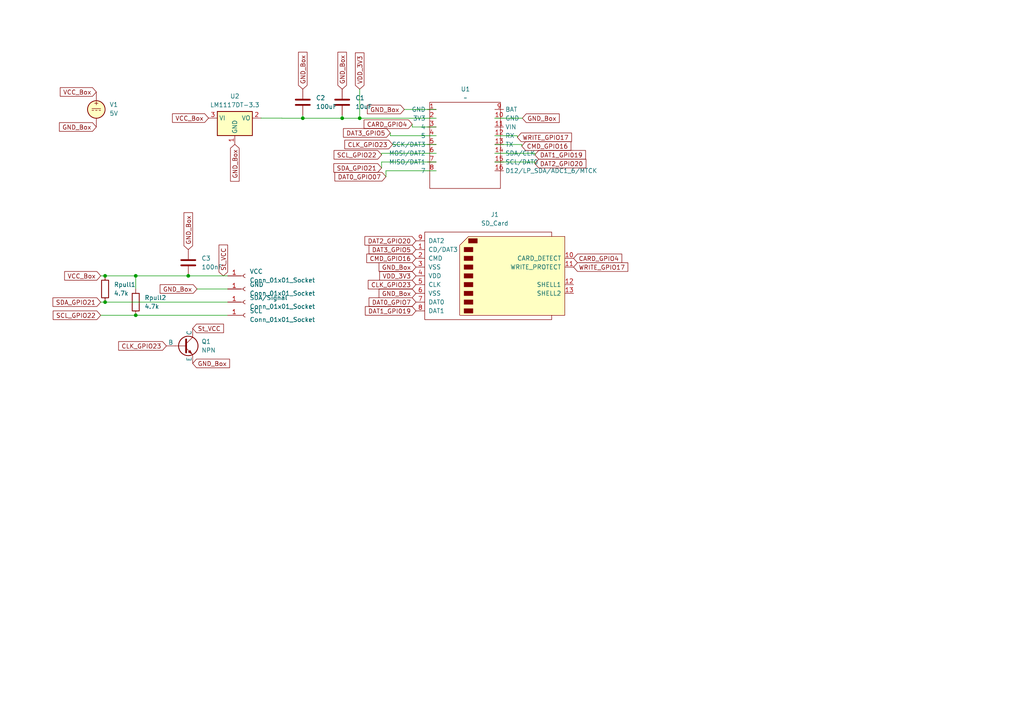
<source format=kicad_sch>
(kicad_sch (version 20231120) (generator "eeschema") (generator_version "8.0")
  (paper "A4")
  (lib_symbols
    (symbol "Connector:Conn_01x01_Socket" (pin_names (offset 1.016) hide)
      (property "Reference" "J" (at 0 2.54 0))
      (property "Value" "Conn_01x01_Socket" (at 0 -2.54 0))
      (symbol "Conn_01x01_Socket_1_1"
        (polyline (pts (xy -1.27 0) (xy -0.508 0)) (stroke (width 0.1524)))
        (arc (start 0 0.508) (mid -0.5058 0) (end 0 -0.508) (stroke (width 0.1524)))
        (pin passive line (at -5.08 0 0) (length 3.81) (name "Pin_1") (number "1"))
      )
    )
    (symbol "Connector:SD_Card" (pin_names (offset 1.016))
      (property "Reference" "J" (at -16.51 13.97 0))
      (property "Value" "SD_Card" (at 15.24 -13.97 0))
      (symbol "SD_Card_0_1"
        (rectangle (start -8.89 -9.525) (end -6.35 -10.795) (fill (type outline)))
        (rectangle (start -8.89 -6.985) (end -6.35 -8.255) (fill (type outline)))
        (rectangle (start -8.89 -4.445) (end -6.35 -5.715) (fill (type outline)))
        (rectangle (start -8.89 -1.905) (end -6.35 -3.175) (fill (type outline)))
        (rectangle (start -8.89 0.635) (end -6.35 -0.635) (fill (type outline)))
        (rectangle (start -8.89 3.175) (end -6.35 1.905) (fill (type outline)))
        (rectangle (start -8.89 5.715) (end -6.35 4.445) (fill (type outline)))
        (rectangle (start -8.89 8.255) (end -6.35 6.985) (fill (type outline)))
        (rectangle (start -7.62 10.795) (end -5.08 9.525) (fill (type outline)))
        (polyline (pts (xy -10.16 8.89) (xy -7.62 11.43) (xy 20.32 11.43) (xy 20.32 -11.43) (xy -10.16 -11.43) (xy -10.16 8.89)) (fill (type background)))
        (polyline (pts (xy 16.51 11.43) (xy 16.51 12.7) (xy -20.32 12.7) (xy -20.32 -12.7) (xy 16.51 -12.7) (xy 16.51 -11.43)))
      )
      (symbol "SD_Card_1_1"
        (pin input line (at -22.86 7.62 0) (length 2.54) (name "CD/DAT3") (number "1"))
        (pin input line (at 22.86 5.08 180) (length 2.54) (name "CARD_DETECT") (number "10"))
        (pin input line (at 22.86 2.54 180) (length 2.54) (name "WRITE_PROTECT") (number "11"))
        (pin input line (at 22.86 -2.54 180) (length 2.54) (name "SHELL1") (number "12"))
        (pin input line (at 22.86 -5.08 180) (length 2.54) (name "SHELL2") (number "13"))
        (pin input line (at -22.86 5.08 0) (length 2.54) (name "CMD") (number "2"))
        (pin power_in line (at -22.86 2.54 0) (length 2.54) (name "VSS") (number "3"))
        (pin power_in line (at -22.86 0 0) (length 2.54) (name "VDD") (number "4"))
        (pin input line (at -22.86 -2.54 0) (length 2.54) (name "CLK") (number "5"))
        (pin power_in line (at -22.86 -5.08 0) (length 2.54) (name "VSS") (number "6"))
        (pin input line (at -22.86 -7.62 0) (length 2.54) (name "DAT0") (number "7"))
        (pin input line (at -22.86 -10.16 0) (length 2.54) (name "DAT1") (number "8"))
        (pin input line (at -22.86 10.16 0) (length 2.54) (name "DAT2") (number "9"))
      )
    )
    (symbol "Device:C" (pin_numbers hide) (pin_names (offset 0.254))
      (property "Reference" "C" (at 0.635 2.54 0))
      (property "Value" "C" (at 0.635 -2.54 0))
      (symbol "C_0_1"
        (polyline (pts (xy -2.032 -0.762) (xy 2.032 -0.762)) (stroke (width 0.508)))
        (polyline (pts (xy -2.032 0.762) (xy 2.032 0.762)) (stroke (width 0.508)))
      )
      (symbol "C_1_1"
        (pin passive line (at 0 3.81 270) (length 2.794) (name "~") (number "1"))
        (pin passive line (at 0 -3.81 90) (length 2.794) (name "~") (number "2"))
      )
    )
    (symbol "Device:R" (pin_numbers hide) (pin_names (offset 0))
      (property "Reference" "R" (at 2.032 0 90))
      (property "Value" "R" (at 0 0 90))
      (symbol "R_0_1"
        (rectangle (start -1.016 -2.54) (end 1.016 2.54) (stroke (width 0.254)))
      )
      (symbol "R_1_1"
        (pin passive line (at 0 3.81 270) (length 1.27) (name "~") (number "1"))
        (pin passive line (at 0 -3.81 90) (length 1.27) (name "~") (number "2"))
      )
    )
    (symbol "ESP32_C6_KIT:ESP32_C6_Beetle"
      (property "Reference" "U" (at 1.8622 -2.0869 0))
      (symbol "ESP32_C6_Beetle_0_1"
        (rectangle (start 0 0) (end 20.5 -25))
      )
      (symbol "ESP32_C6_Beetle_1_1"
        (pin input line (at 1.8622 -2.0869 180) (length 2.54) (name "GND") (number "1"))
        (pin input line (at 18.8622 -4.6269 0) (length 2.54) (name "GND") (number "10"))
        (pin input line (at 18.8622 -7.1669 0) (length 2.54) (name "VIN") (number "11"))
        (pin input line (at 18.8622 -9.7069 0) (length 2.54) (name "RX") (number "12"))
        (pin input line (at 18.8622 -12.2469 0) (length 2.54) (name "TX") (number "13"))
        (pin input line (at 18.8622 -14.7869 0) (length 2.54) (name "SDA/CLK") (number "14"))
        (pin input line (at 18.8622 -17.3269 0) (length 2.54) (name "SCL/DAT0") (number "15"))
        (pin input line (at 18.8622 -19.8669 0) (length 2.54) (name "D12/LP_SDA/ADC1_6/MTCK") (number "16"))
        (pin input line (at 1.8622 -4.6269 180) (length 2.54) (name "3V3") (number "2"))
        (pin input line (at 1.8622 -7.1669 180) (length 2.54) (name "4") (number "3"))
        (pin input line (at 1.8622 -9.7069 180) (length 2.54) (name "5") (number "4"))
        (pin input line (at 1.8622 -12.2469 180) (length 2.54) (name "SCK/DAT3") (number "5"))
        (pin input line (at 1.8622 -14.7869 180) (length 2.54) (name "MOSI/DAT2") (number "6"))
        (pin input line (at 1.8622 -17.3269 180) (length 2.54) (name "MISO/DAT1") (number "7"))
        (pin input line (at 1.8622 -19.8669 180) (length 2.54) (name "7") (number "8"))
        (pin input line (at 18.8622 -2.0869 0) (length 2.54) (name "BAT") (number "9"))
      )
    )
    (symbol "Regulator_Linear:LM1117DT-3.3"
      (property "Reference" "U" (at -3.81 3.175 0))
      (property "Value" "LM1117DT-3.3" (at 0 3.175 0))
      (symbol "LM1117DT-3.3_0_1"
        (rectangle (start -5.08 -5.08) (end 5.08 1.905) (stroke (width 0.254)) (fill (type background)))
      )
      (symbol "LM1117DT-3.3_1_1"
        (pin power_in line (at 0 -7.62 90) (length 2.54) (name "GND") (number "1"))
        (pin power_out line (at 7.62 0 180) (length 2.54) (name "VO") (number "2"))
        (pin power_in line (at -7.62 0 0) (length 2.54) (name "VI") (number "3"))
      )
    )
    (symbol "Simulation_SPICE:NPN" (pin_numbers hide) (pin_names (offset 0))
      (property "Reference" "Q" (at -2.54 7.62 0))
      (property "Value" "NPN" (at -2.54 5.08 0))
      (symbol "NPN_0_1"
        (polyline (pts (xy -2.54 0) (xy 0.635 0)) (stroke (width 0.1524)))
        (polyline (pts (xy 0.635 0.635) (xy 2.54 2.54)))
        (polyline (pts (xy 2.794 -1.27) (xy 2.794 -1.27)) (stroke (width 0.1524)))
        (polyline (pts (xy 2.794 -1.27) (xy 2.794 -1.27)) (stroke (width 0.1524)))
        (polyline (pts (xy 0.635 -0.635) (xy 2.54 -2.54) (xy 2.54 -2.54)))
        (polyline (pts (xy 0.635 1.905) (xy 0.635 -1.905) (xy 0.635 -1.905)) (stroke (width 0.508)))
        (polyline (pts (xy 1.27 -1.778) (xy 1.778 -1.27) (xy 2.286 -2.286) (xy 1.27 -1.778) (xy 1.27 -1.778)) (fill (type outline)))
        (circle (center 1.27 0) (radius 2.8194) (stroke (width 0.254)))
      )
      (symbol "NPN_1_1"
        (pin open_collector line (at 2.54 5.08 270) (length 2.54) (name "C") (number "1"))
        (pin input line (at -5.08 0 0) (length 2.54) (name "B") (number "2"))
        (pin open_emitter line (at 2.54 -5.08 90) (length 2.54) (name "E") (number "3"))
      )
    )
    (symbol "Simulation_SPICE:VDC" (pin_numbers hide) (pin_names (offset 0.0254))
      (property "Reference" "V" (at 2.54 2.54 0))
      (property "Value" "1" (at 2.54 0 0))
      (symbol "VDC_0_0"
        (polyline (pts (xy -1.27 0.254) (xy 1.27 0.254)))
        (polyline (pts (xy -0.762 -0.254) (xy -1.27 -0.254)))
        (polyline (pts (xy 0.254 -0.254) (xy -0.254 -0.254)))
        (polyline (pts (xy 1.27 -0.254) (xy 0.762 -0.254)))
        (text "+" (at 0 1.905 0) (effects (font (size 1.27 1.27))))
      )
      (symbol "VDC_0_1"
        (circle (center 0 0) (radius 2.54) (stroke (width 0.254)) (fill (type background)))
      )
      (symbol "VDC_1_1"
        (pin passive line (at 0 5.08 270) (length 2.54) (name "~") (number "1"))
        (pin passive line (at 0 -5.08 90) (length 2.54) (name "~") (number "2"))
      )
    )
  )
  (junction (at 99.2478 34.29))
  (junction (at 39.37 91.44))
  (junction (at 54.61 80.01))
  (junction (at 30.48 87.63))
  (junction (at 39.37 80.01))
  (junction (at 104.3278 34.29))
  (junction (at 87.8198 34.29))
  (junction (at 30.48 80.01))
  (wire (pts (xy 143.51 44.45) (xy 155.1278 44.45)))
  (wire (pts (xy 126.51 39.37) (xy 113.2178 39.37)))
  (wire (pts (xy 104.3278 25.8531) (xy 104.3278 34.29)))
  (wire (pts (xy 155.1278 46.99) (xy 155.1278 47.4431)))
  (wire (pts (xy 87.8178 33.4731) (xy 87.8198 33.4731)))
  (wire (pts (xy 81.766 34.29) (xy 87.8198 34.29)))
  (wire (pts (xy 99.2478 33.4731) (xy 99.2478 34.29)))
  (wire (pts (xy 155.1278 44.45) (xy 155.1278 44.9031)))
  (wire (pts (xy 143.51 41.91) (xy 151.3178 41.91)))
  (wire (pts (xy 87.8198 34.29) (xy 99.2478 34.29)))
  (wire (pts (xy 119.5678 36.83) (xy 119.5678 36.0131)))
  (wire (pts (xy 29.21 87.63) (xy 30.48 87.63)))
  (wire (pts (xy 113.8514 41.91) (xy 113.8514 41.9107)))
  (wire (pts (xy 113.2178 39.37) (xy 113.2178 38.5531)))
  (wire (pts (xy 143.51 34.2809) (xy 143.51 34.29)))
  (wire (pts (xy 104.3278 34.29) (xy 126.51 34.29)))
  (wire (pts (xy 39.37 80.01) (xy 54.61 80.01)))
  (wire (pts (xy 54.61 80.01) (xy 66.04 80.01)))
  (wire (pts (xy 29.21 91.44) (xy 39.37 91.44)))
  (wire (pts (xy 110.6778 46.99) (xy 110.6778 48.7131)))
  (wire (pts (xy 39.37 83.82) (xy 39.37 80.01)))
  (wire (pts (xy 75.7288 34.2606) (xy 75.7288 34.2488)))
  (wire (pts (xy 30.48 80.01) (xy 39.37 80.01)))
  (wire (pts (xy 111.9478 49.53) (xy 111.9478 51.2531)))
  (wire (pts (xy 126.51 44.45) (xy 110.6778 44.45)))
  (wire (pts (xy 126.51 36.83) (xy 119.5678 36.83)))
  (wire (pts (xy 151.4945 34.2809) (xy 143.51 34.2809)))
  (wire (pts (xy 110.6778 44.45) (xy 110.6778 44.9031)))
  (wire (pts (xy 143.51 46.99) (xy 155.1278 46.99)))
  (wire (pts (xy 151.3178 41.91) (xy 151.3178 42.3631)))
  (wire (pts (xy 150.0478 39.37) (xy 150.0478 39.8231)))
  (wire (pts (xy 126.51 49.53) (xy 111.9478 49.53)))
  (wire (pts (xy 126.51 31.75) (xy 117.2615 31.75)))
  (wire (pts (xy 39.37 91.44) (xy 66.04 91.44)))
  (wire (pts (xy 81.766 34.2606) (xy 81.766 34.29)))
  (wire (pts (xy 99.2478 34.29) (xy 104.3278 34.29)))
  (wire (pts (xy 57.15 83.82) (xy 66.04 83.82)))
  (wire (pts (xy 126.51 41.91) (xy 113.8514 41.91)))
  (wire (pts (xy 87.8198 33.4731) (xy 87.8198 34.29)))
  (wire (pts (xy 30.48 87.63) (xy 66.04 87.63)))
  (wire (pts (xy 143.51 39.37) (xy 150.0478 39.37)))
  (wire (pts (xy 126.51 46.99) (xy 110.6778 46.99)))
  (wire (pts (xy 29.21 80.01) (xy 30.48 80.01)))
  (wire (pts (xy 75.7288 34.2606) (xy 81.766 34.2606)))
  (global_label "DAT2_GPIO20" (shape input) (at 155.1278 47.4431 0) (property "Intersheetrefs" "${INTERSHEET_REFS}" (effects (hide yes))))
  (global_label "GND_Box" (shape input) (at 87.8178 25.8531 90) (property "Intersheetrefs" "${INTERSHEET_REFS}" (effects (hide yes))))
  (global_label "GND_Box" (shape input) (at 57.15 83.82 180) (property "Intersheetrefs" "${INTERSHEET_REFS}" (effects (hide yes))))
  (global_label "VCC_Box" (shape input) (at 27.94 26.67 180) (property "Intersheetrefs" "${INTERSHEET_REFS}" (effects (hide yes))))
  (global_label "GND_Box" (shape input) (at 120.65 85.09 180) (property "Intersheetrefs" "${INTERSHEET_REFS}" (effects (hide yes))))
  (global_label "DAT3_GPIO5" (shape input) (at 120.65 72.39 180) (property "Intersheetrefs" "${INTERSHEET_REFS}" (effects (hide yes))))
  (global_label "DAT3_GPIO5" (shape input) (at 113.2178 38.5531 180) (property "Intersheetrefs" "${INTERSHEET_REFS}" (effects (hide yes))))
  (global_label "SDA_GPIO21" (shape input) (at 110.6778 48.7131 180) (property "Intersheetrefs" "${INTERSHEET_REFS}" (effects (hide yes))))
  (global_label "WRITE_GPIO17" (shape input) (at 150.0478 39.8231 0) (property "Intersheetrefs" "${INTERSHEET_REFS}" (effects (hide yes))))
  (global_label "DAT2_GPIO20" (shape input) (at 120.65 69.85 180) (property "Intersheetrefs" "${INTERSHEET_REFS}" (effects (hide yes))))
  (global_label "SCL_GPIO22" (shape input) (at 110.6778 44.9031 180) (property "Intersheetrefs" "${INTERSHEET_REFS}" (effects (hide yes))))
  (global_label "CARD_GPIO4" (shape input) (at 166.37 74.93 0) (property "Intersheetrefs" "${INTERSHEET_REFS}" (effects (hide yes))))
  (global_label "GND_Box" (shape input) (at 151.4945 34.2809 0) (property "Intersheetrefs" "${INTERSHEET_REFS}" (effects (hide yes))))
  (global_label "GND_Box" (shape input) (at 54.61 72.39 90) (property "Intersheetrefs" "${INTERSHEET_REFS}" (effects (hide yes))))
  (global_label "VCC_Box" (shape input) (at 60.4888 34.2488 180) (property "Intersheetrefs" "${INTERSHEET_REFS}" (effects (hide yes))))
  (global_label "GND_Box" (shape input) (at 27.94 36.83 180) (property "Intersheetrefs" "${INTERSHEET_REFS}" (effects (hide yes))))
  (global_label "DAT1_GPI019" (shape input) (at 120.65 90.17 180) (property "Intersheetrefs" "${INTERSHEET_REFS}" (effects (hide yes))))
  (global_label "GND_Box" (shape input) (at 120.65 77.47 180) (property "Intersheetrefs" "${INTERSHEET_REFS}" (effects (hide yes))))
  (global_label "DAT0_GPIO07" (shape input) (at 111.9478 51.2531 180) (property "Intersheetrefs" "${INTERSHEET_REFS}" (effects (hide yes))))
  (global_label "St_VCC" (shape input) (at 64.77 80.01 90) (property "Intersheetrefs" "${INTERSHEET_REFS}" (effects (hide yes))))
  (global_label "GND_Box" (shape input) (at 99.2478 25.8531 90) (property "Intersheetrefs" "${INTERSHEET_REFS}" (effects (hide yes))))
  (global_label "SCL_GPIO22" (shape input) (at 29.21 91.44 180) (property "Intersheetrefs" "${INTERSHEET_REFS}" (effects (hide yes))))
  (global_label "VDD_3V3" (shape input) (at 104.3278 25.8531 90) (property "Intersheetrefs" "${INTERSHEET_REFS}" (effects (hide yes))))
  (global_label "WRITE_GPIO17" (shape input) (at 166.37 77.47 0) (property "Intersheetrefs" "${INTERSHEET_REFS}" (effects (hide yes))))
  (global_label "DAT1_GPI019" (shape input) (at 155.1278 44.9031 0) (property "Intersheetrefs" "${INTERSHEET_REFS}" (effects (hide yes))))
  (global_label "GND_Box" (shape input) (at 117.2615 31.75 180) (property "Intersheetrefs" "${INTERSHEET_REFS}" (effects (hide yes))))
  (global_label "SDA_GPIO21" (shape input) (at 29.21 87.63 180) (property "Intersheetrefs" "${INTERSHEET_REFS}" (effects (hide yes))))
  (global_label "GND_Box" (shape input) (at 55.88 105.41 0) (property "Intersheetrefs" "${INTERSHEET_REFS}" (effects (hide yes))))
  (global_label "CLK_GPIO23" (shape input) (at 120.65 82.55 180) (property "Intersheetrefs" "${INTERSHEET_REFS}" (effects (hide yes))))
  (global_label "VCC_Box" (shape input) (at 29.21 80.01 180) (property "Intersheetrefs" "${INTERSHEET_REFS}" (effects (hide yes))))
  (global_label "St_VCC" (shape input) (at 55.88 95.25 0) (property "Intersheetrefs" "${INTERSHEET_REFS}" (effects (hide yes))))
  (global_label "GND_Box" (shape input) (at 68.1088 41.8688 270) (property "Intersheetrefs" "${INTERSHEET_REFS}" (effects (hide yes))))
  (global_label "CMD_GPIO16" (shape input) (at 120.65 74.93 180) (property "Intersheetrefs" "${INTERSHEET_REFS}" (effects (hide yes))))
  (global_label "CLK_GPIO23" (shape input) (at 113.8514 41.9107 180) (property "Intersheetrefs" "${INTERSHEET_REFS}" (effects (hide yes))))
  (global_label "CARD_GPIO4" (shape input) (at 119.5678 36.0131 180) (property "Intersheetrefs" "${INTERSHEET_REFS}" (effects (hide yes))))
  (global_label "DAT0_GPIO7" (shape input) (at 120.65 87.63 180) (property "Intersheetrefs" "${INTERSHEET_REFS}" (effects (hide yes))))
  (global_label "CMD_GPIO16" (shape input) (at 151.3178 42.3631 0) (property "Intersheetrefs" "${INTERSHEET_REFS}" (effects (hide yes))))
  (global_label "CLK_GPIO23" (shape input) (at 48.26 100.33 180) (property "Intersheetrefs" "${INTERSHEET_REFS}" (effects (hide yes))))
  (global_label "VDD_3V3" (shape input) (at 120.65 80.01 180) (property "Intersheetrefs" "${INTERSHEET_REFS}" (effects (hide yes))))
  (symbol (lib_id "Device:R") (at 30.48 83.82 0) (unit 1)
    (property "Reference" "Rpull1" (at 33.02 82.5499 0) (effects (justify left)))
    (property "Value" "4.7k" (at 33.02 85.0899 0) (effects (justify left)))
    (property "Footprint" "Resistor_SMD:R_0402_1005Metric" (effects (hide yes)))
    (property "Description" "Resistor" (effects (hide yes)))
  )
  (symbol (lib_id "Connector:Conn_01x01_Socket") (at 71.12 80.01 0) (unit 1)
    (property "Reference" "VCC" (at 72.39 78.7399 0) (effects (justify left)))
    (property "Value" "Conn_01x01_Socket" (at 72.39 81.2799 0) (effects (justify left)))
    (property "Footprint" "Connector_PinHeader_2.00mm:PinHeader_1x01_P2.00mm_Vertical" (effects (hide yes)))
    (property "Description" "Generic connector, single row, 01x01, script generated" (effects (hide yes)))
  )
  (symbol (lib_id "Simulation_SPICE:VDC") (at 27.94 31.75 0) (unit 1)
    (property "Reference" "V1" (at 31.75 30.3501 0) (effects (justify left)))
    (property "Value" "5V" (at 31.75 32.8901 0) (effects (justify left)))
    (property "Datasheet" "https://ngspice.sourceforge.io/docs/ngspice-html-manual/manual.xhtml#sec_Independent_Sources_for" (effects (hide yes)))
    (property "Description" "Voltage source, DC" (effects (hide yes)))
    (property "Sim.Pins" "1=+ 2=-" (effects (hide yes)))
    (property "Sim.Type" "DC" (effects (hide yes)))
    (property "Sim.Device" "V" (effects (hide yes)))
  )
  (symbol (lib_id "Simulation_SPICE:NPN") (at 53.34 100.33 0) (unit 1)
    (property "Reference" "Q1" (at 58.42 99.0599 0) (effects (justify left)))
    (property "Value" "NPN" (at 58.42 101.5999 0) (effects (justify left)))
    (property "Datasheet" "https://ngspice.sourceforge.io/docs/ngspice-html-manual/manual.xhtml#cha_BJTs" (effects (hide yes)))
    (property "Description" "Bipolar transistor symbol for simulation only, substrate tied to the emitter" (effects (hide yes)))
    (property "Sim.Device" "NPN" (effects (hide yes)))
    (property "Sim.Type" "GUMMELPOON" (effects (hide yes)))
    (property "Sim.Pins" "1=C 2=B 3=E" (effects (hide yes)))
  )
  (symbol (lib_id "Device:C") (at 54.61 76.2 180) (unit 1)
    (property "Reference" "C3" (at 58.42 74.9299 0) (effects (justify right)))
    (property "Value" "100nF" (at 58.42 77.4699 0) (effects (justify right)))
    (property "Footprint" "Capacitor_SMD:C_0402_1005Metric_Pad0.74x0.62mm_HandSolder" (effects (hide yes)))
    (property "Description" "Unpolarized capacitor" (effects (hide yes)))
  )
  (symbol (lib_id "ESP32_C6_KIT:ESP32_C6_Beetle") (at 124.6478 29.6631 0) (unit 1)
    (property "Reference" "U1" (at 135.01 25.8531 0))
    (property "Value" "~" (at 135.01 28.3931 0))
    (property "Footprint" "ESP32_C6:ESP32_C6_BEETLE" (effects (hide yes)))
  )
  (symbol (lib_id "Device:R") (at 39.37 87.63 0) (unit 1)
    (property "Reference" "Rpull2" (at 41.91 86.3599 0) (effects (justify left)))
    (property "Value" "4.7k" (at 41.91 88.8999 0) (effects (justify left)))
    (property "Footprint" "Resistor_SMD:R_0402_1005Metric" (effects (hide yes)))
    (property "Description" "Resistor" (effects (hide yes)))
  )
  (symbol (lib_id "Device:C") (at 99.2478 29.6631 180) (unit 1)
    (property "Reference" "C1" (at 103.0578 28.393 0) (effects (justify right)))
    (property "Value" "10uF" (at 103.0578 30.933 0) (effects (justify right)))
    (property "Footprint" "Capacitor_SMD:C_0402_1005Metric_Pad0.74x0.62mm_HandSolder" (effects (hide yes)))
    (property "Description" "Unpolarized capacitor" (effects (hide yes)))
  )
  (symbol (lib_id "Connector:Conn_01x01_Socket") (at 71.12 87.63 0) (unit 1)
    (property "Reference" "SDA/Signal" (at 72.39 86.3599 0) (effects (justify left)))
    (property "Value" "Conn_01x01_Socket" (at 72.39 88.8999 0) (effects (justify left)))
    (property "Footprint" "Connector_PinHeader_2.00mm:PinHeader_1x01_P2.00mm_Vertical" (effects (hide yes)))
    (property "Description" "Generic connector, single row, 01x01, script generated" (effects (hide yes)))
  )
  (symbol (lib_id "Device:C") (at 87.8178 29.6631 180) (unit 1)
    (property "Reference" "C2" (at 91.6278 28.393 0) (effects (justify right)))
    (property "Value" "100uF" (at 91.6278 30.933 0) (effects (justify right)))
    (property "Footprint" "Capacitor_SMD:C_0402_1005Metric_Pad0.74x0.62mm_HandSolder" (effects (hide yes)))
    (property "Description" "Unpolarized capacitor" (effects (hide yes)))
  )
  (symbol (lib_id "Regulator_Linear:LM1117DT-3.3") (at 68.1088 34.2488 0) (unit 1)
    (property "Reference" "U2" (at 68.1088 27.8988 0))
    (property "Value" "LM1117DT-3.3" (at 68.1088 30.4388 0))
    (property "Footprint" "Package_TO_SOT_SMD:TO-252-3_TabPin2" (effects (hide yes)))
    (property "Datasheet" "http://www.ti.com/lit/ds/symlink/lm1117.pdf" (effects (hide yes)))
    (property "Description" "800mA Low-Dropout Linear Regulator, 3.3V fixed output, TO-252" (effects (hide yes)))
  )
  (symbol (lib_id "Connector:Conn_01x01_Socket") (at 71.12 91.44 0) (unit 1)
    (property "Reference" "SCL" (at 72.39 90.1699 0) (effects (justify left)))
    (property "Value" "Conn_01x01_Socket" (at 72.39 92.7099 0) (effects (justify left)))
    (property "Footprint" "Connector_PinHeader_2.00mm:PinHeader_1x01_P2.00mm_Vertical" (effects (hide yes)))
    (property "Description" "Generic connector, single row, 01x01, script generated" (effects (hide yes)))
  )
  (symbol (lib_id "Connector:SD_Card") (at 143.51 80.01 0) (unit 1)
    (property "Reference" "J1" (at 143.51 62.23 0))
    (property "Value" "SD_Card" (at 143.51 64.77 0))
    (property "Datasheet" "http://portal.fciconnect.com/Comergent//fci/drawing/10067847.pdf" (effects (hide yes)))
    (property "Description" "SD Card Reader" (effects (hide yes)))
  )
  (symbol (lib_id "Connector:Conn_01x01_Socket") (at 71.12 83.82 0) (unit 1)
    (property "Reference" "GND" (at 72.39 82.5499 0) (effects (justify left)))
    (property "Value" "Conn_01x01_Socket" (at 72.39 85.0899 0) (effects (justify left)))
    (property "Footprint" "Connector_PinHeader_2.00mm:PinHeader_1x01_P2.00mm_Vertical" (effects (hide yes)))
    (property "Description" "Generic connector, single row, 01x01, script generated" (effects (hide yes)))
  )
)
</source>
